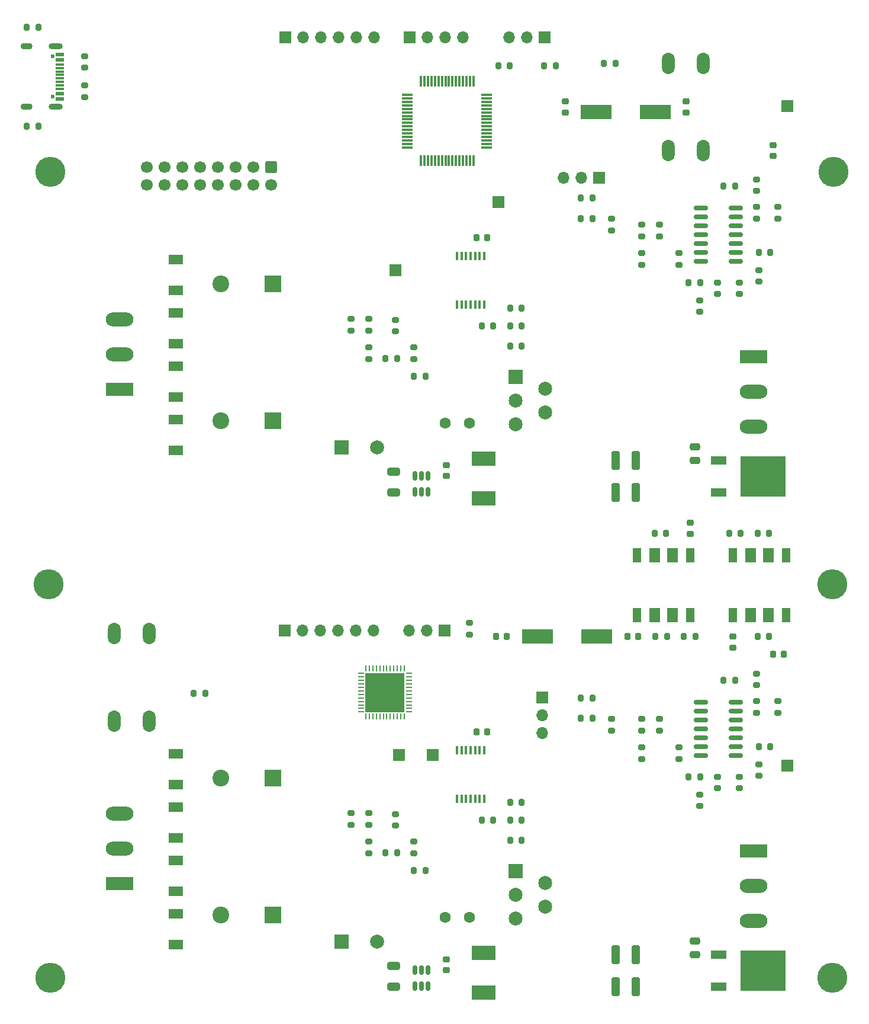
<source format=gbr>
%TF.GenerationSoftware,KiCad,Pcbnew,(6.0.7)*%
%TF.CreationDate,2022-10-24T14:53:43-04:00*%
%TF.ProjectId,LabPowerSupply,4c616250-6f77-4657-9253-7570706c792e,rev?*%
%TF.SameCoordinates,Original*%
%TF.FileFunction,Soldermask,Bot*%
%TF.FilePolarity,Negative*%
%FSLAX46Y46*%
G04 Gerber Fmt 4.6, Leading zero omitted, Abs format (unit mm)*
G04 Created by KiCad (PCBNEW (6.0.7)) date 2022-10-24 14:53:43*
%MOMM*%
%LPD*%
G01*
G04 APERTURE LIST*
G04 Aperture macros list*
%AMRoundRect*
0 Rectangle with rounded corners*
0 $1 Rounding radius*
0 $2 $3 $4 $5 $6 $7 $8 $9 X,Y pos of 4 corners*
0 Add a 4 corners polygon primitive as box body*
4,1,4,$2,$3,$4,$5,$6,$7,$8,$9,$2,$3,0*
0 Add four circle primitives for the rounded corners*
1,1,$1+$1,$2,$3*
1,1,$1+$1,$4,$5*
1,1,$1+$1,$6,$7*
1,1,$1+$1,$8,$9*
0 Add four rect primitives between the rounded corners*
20,1,$1+$1,$2,$3,$4,$5,0*
20,1,$1+$1,$4,$5,$6,$7,0*
20,1,$1+$1,$6,$7,$8,$9,0*
20,1,$1+$1,$8,$9,$2,$3,0*%
G04 Aperture macros list end*
%ADD10C,1.600000*%
%ADD11R,1.700000X1.700000*%
%ADD12O,1.700000X1.700000*%
%ADD13R,3.960000X1.980000*%
%ADD14O,3.960000X1.980000*%
%ADD15R,2.400000X2.400000*%
%ADD16C,2.400000*%
%ADD17R,2.000000X2.000000*%
%ADD18C,2.000000*%
%ADD19O,1.850000X3.048000*%
%ADD20R,1.995000X1.995000*%
%ADD21C,1.995000*%
%ADD22C,4.300000*%
%ADD23RoundRect,0.250000X-0.600000X0.600000X-0.600000X-0.600000X0.600000X-0.600000X0.600000X0.600000X0*%
%ADD24C,1.700000*%
%ADD25RoundRect,0.250000X-0.650000X0.325000X-0.650000X-0.325000X0.650000X-0.325000X0.650000X0.325000X0*%
%ADD26RoundRect,0.225000X-0.250000X0.225000X-0.250000X-0.225000X0.250000X-0.225000X0.250000X0.225000X0*%
%ADD27RoundRect,0.200000X0.275000X-0.200000X0.275000X0.200000X-0.275000X0.200000X-0.275000X-0.200000X0*%
%ADD28RoundRect,0.200000X0.200000X0.275000X-0.200000X0.275000X-0.200000X-0.275000X0.200000X-0.275000X0*%
%ADD29R,2.100000X1.400000*%
%ADD30RoundRect,0.250000X-0.325000X-1.100000X0.325000X-1.100000X0.325000X1.100000X-0.325000X1.100000X0*%
%ADD31RoundRect,0.200000X-0.200000X-0.275000X0.200000X-0.275000X0.200000X0.275000X-0.200000X0.275000X0*%
%ADD32RoundRect,0.200000X-0.275000X0.200000X-0.275000X-0.200000X0.275000X-0.200000X0.275000X0.200000X0*%
%ADD33RoundRect,0.075000X0.700000X0.075000X-0.700000X0.075000X-0.700000X-0.075000X0.700000X-0.075000X0*%
%ADD34RoundRect,0.075000X0.075000X0.700000X-0.075000X0.700000X-0.075000X-0.700000X0.075000X-0.700000X0*%
%ADD35R,0.400000X1.200000*%
%ADD36R,1.170000X2.000000*%
%ADD37R,1.520000X2.000000*%
%ADD38RoundRect,0.225000X0.250000X-0.225000X0.250000X0.225000X-0.250000X0.225000X-0.250000X-0.225000X0*%
%ADD39R,2.200000X1.200000*%
%ADD40R,6.400000X5.800000*%
%ADD41R,3.400000X2.000000*%
%ADD42RoundRect,0.250000X0.475000X-0.250000X0.475000X0.250000X-0.475000X0.250000X-0.475000X-0.250000X0*%
%ADD43RoundRect,0.225000X-0.225000X-0.250000X0.225000X-0.250000X0.225000X0.250000X-0.225000X0.250000X0*%
%ADD44RoundRect,0.225000X0.225000X0.250000X-0.225000X0.250000X-0.225000X-0.250000X0.225000X-0.250000X0*%
%ADD45RoundRect,0.150000X0.825000X0.150000X-0.825000X0.150000X-0.825000X-0.150000X0.825000X-0.150000X0*%
%ADD46R,4.500000X2.000000*%
%ADD47RoundRect,0.062500X0.375000X0.062500X-0.375000X0.062500X-0.375000X-0.062500X0.375000X-0.062500X0*%
%ADD48RoundRect,0.062500X0.062500X0.375000X-0.062500X0.375000X-0.062500X-0.375000X0.062500X-0.375000X0*%
%ADD49R,5.600000X5.600000*%
%ADD50RoundRect,0.150000X0.150000X-0.512500X0.150000X0.512500X-0.150000X0.512500X-0.150000X-0.512500X0*%
%ADD51C,0.600000*%
%ADD52R,1.160000X0.600000*%
%ADD53R,1.160000X0.300000*%
%ADD54O,2.000000X0.900000*%
%ADD55O,1.700000X0.900000*%
G04 APERTURE END LIST*
D10*
%TO.C,C2_SVR1*%
X101219000Y-89789000D03*
X97719000Y-89789000D03*
%TD*%
D11*
%TO.C,J_Boot1*%
X111974000Y-34671000D03*
D12*
X109434000Y-34671000D03*
X106894000Y-34671000D03*
%TD*%
D11*
%TO.C,ADC342_1*%
X119746000Y-54737000D03*
D12*
X117206000Y-54737000D03*
X114666000Y-54737000D03*
%TD*%
D13*
%TO.C,Output1*%
X141839000Y-80264000D03*
D14*
X141839000Y-85264000D03*
X141839000Y-90264000D03*
%TD*%
D11*
%TO.C,D1_2*%
X91186000Y-137160000D03*
%TD*%
D15*
%TO.C,C1_BR2*%
X73152000Y-140462000D03*
D16*
X65652000Y-140462000D03*
%TD*%
D11*
%TO.C,D2_2*%
X146685000Y-138684000D03*
%TD*%
%TO.C,J_Boot2*%
X97648000Y-119405000D03*
D12*
X95108000Y-119405000D03*
X92568000Y-119405000D03*
%TD*%
D15*
%TO.C,C1_BR1*%
X73152000Y-69850000D03*
D16*
X65652000Y-69850000D03*
%TD*%
D11*
%TO.C,ADC342_2*%
X111633000Y-128920000D03*
D12*
X111633000Y-131460000D03*
X111633000Y-134000000D03*
%TD*%
D15*
%TO.C,C2_BR2*%
X73152000Y-160020000D03*
D16*
X65652000Y-160020000D03*
%TD*%
D17*
%TO.C,C5_CP2*%
X82976323Y-163830000D03*
D18*
X87976323Y-163830000D03*
%TD*%
D19*
%TO.C,SW_Reset1*%
X134707000Y-50837000D03*
X134707000Y-38337000D03*
X129707000Y-50837000D03*
X129707000Y-38337000D03*
%TD*%
D15*
%TO.C,C2_BR1*%
X73152000Y-89408000D03*
D16*
X65652000Y-89408000D03*
%TD*%
D11*
%TO.C,D2_1*%
X146685000Y-44450000D03*
%TD*%
D13*
%TO.C,Input1*%
X51191000Y-84963000D03*
D14*
X51191000Y-79963000D03*
X51191000Y-74963000D03*
%TD*%
D20*
%TO.C,Linear2*%
X107844000Y-153726000D03*
D21*
X112035000Y-155426000D03*
X107844000Y-157126000D03*
X112035000Y-158826000D03*
X107844000Y-160526000D03*
%TD*%
D13*
%TO.C,Input2*%
X51191000Y-155575000D03*
D14*
X51191000Y-150575000D03*
X51191000Y-145575000D03*
%TD*%
D22*
%TO.C,REF\u002A\u002A*%
X41021000Y-112776000D03*
%TD*%
%TO.C,REF\u002A\u002A*%
X41275000Y-169037000D03*
%TD*%
D10*
%TO.C,C2_SVR2*%
X101219000Y-160401000D03*
X97719000Y-160401000D03*
%TD*%
D17*
%TO.C,C5_CP1*%
X82976323Y-93218000D03*
D18*
X87976323Y-93218000D03*
%TD*%
D22*
%TO.C,REF\u002A\u002A*%
X153162000Y-112776000D03*
%TD*%
D11*
%TO.C,A1_1*%
X105410000Y-58166000D03*
%TD*%
D20*
%TO.C,Linear1*%
X107844000Y-83114000D03*
D21*
X112035000Y-84814000D03*
X107844000Y-86514000D03*
X112035000Y-88214000D03*
X107844000Y-89914000D03*
%TD*%
D22*
%TO.C,REF\u002A\u002A*%
X41275000Y-53848000D03*
%TD*%
D11*
%TO.C,D1_1*%
X90678000Y-67945000D03*
%TD*%
D13*
%TO.C,Output2*%
X141839000Y-150876000D03*
D14*
X141839000Y-155876000D03*
X141839000Y-160876000D03*
%TD*%
D11*
%TO.C,J_STLink1*%
X74930000Y-34671000D03*
D12*
X77470000Y-34671000D03*
X80010000Y-34671000D03*
X82550000Y-34671000D03*
X85090000Y-34671000D03*
X87630000Y-34671000D03*
%TD*%
D11*
%TO.C,A1_2*%
X96012000Y-137160000D03*
%TD*%
D23*
%TO.C,Front_Panel1*%
X72898000Y-53213000D03*
D24*
X72898000Y-55753000D03*
X70358000Y-53213000D03*
X70358000Y-55753000D03*
X67818000Y-53213000D03*
X67818000Y-55753000D03*
X65278000Y-53213000D03*
X65278000Y-55753000D03*
X62738000Y-53213000D03*
X62738000Y-55753000D03*
X60198000Y-53213000D03*
X60198000Y-55753000D03*
X57658000Y-53213000D03*
X57658000Y-55753000D03*
X55118000Y-53213000D03*
X55118000Y-55753000D03*
%TD*%
D22*
%TO.C,REF\u002A\u002A*%
X153162000Y-169037000D03*
%TD*%
D11*
%TO.C,J_I2C1*%
X92710000Y-34671000D03*
D12*
X95250000Y-34671000D03*
X97790000Y-34671000D03*
X100330000Y-34671000D03*
%TD*%
D22*
%TO.C,REF\u002A\u002A*%
X153289000Y-53848000D03*
%TD*%
D11*
%TO.C,J_STLink2*%
X74803000Y-119380000D03*
D12*
X77343000Y-119380000D03*
X79883000Y-119380000D03*
X82423000Y-119380000D03*
X84963000Y-119380000D03*
X87503000Y-119380000D03*
%TD*%
D19*
%TO.C,SW_Reset2*%
X50459000Y-132351000D03*
X50459000Y-119851000D03*
X55459000Y-119851000D03*
X55459000Y-132351000D03*
%TD*%
D25*
%TO.C,C1_5V1*%
X90424000Y-96696000D03*
X90424000Y-99646000D03*
%TD*%
D26*
%TO.C,C2_5V1*%
X97917000Y-95745000D03*
X97917000Y-97295000D03*
%TD*%
D27*
%TO.C,R31_SVR1*%
X86868000Y-80581000D03*
X86868000Y-78931000D03*
%TD*%
%TO.C,R_USB2*%
X46228000Y-43180000D03*
X46228000Y-41530000D03*
%TD*%
%TO.C,R91_OA2*%
X125857000Y-137731000D03*
X125857000Y-136081000D03*
%TD*%
D28*
%TO.C,R13_LVR1*%
X108697000Y-78767500D03*
X107047000Y-78767500D03*
%TD*%
D29*
%TO.C,D2_BR1*%
X59192000Y-66380000D03*
X59192000Y-70780000D03*
%TD*%
D30*
%TO.C,C3_5V2*%
X122096000Y-170307000D03*
X125046000Y-170307000D03*
%TD*%
D31*
%TO.C,R_Reset1*%
X120460000Y-38354000D03*
X122110000Y-38354000D03*
%TD*%
D28*
%TO.C,R7_SVR2*%
X94932000Y-153705000D03*
X93282000Y-153705000D03*
%TD*%
D25*
%TO.C,C1_5V2*%
X90424000Y-167308000D03*
X90424000Y-170258000D03*
%TD*%
D31*
%TO.C,R2_SVR1*%
X89218000Y-80518000D03*
X90868000Y-80518000D03*
%TD*%
D32*
%TO.C,R12_OA2*%
X142272500Y-129477000D03*
X142272500Y-131127000D03*
%TD*%
D28*
%TO.C,R_Reset2*%
X63436000Y-128397000D03*
X61786000Y-128397000D03*
%TD*%
D31*
%TO.C,R4_LVR2*%
X102983000Y-146458500D03*
X104633000Y-146458500D03*
%TD*%
D33*
%TO.C,MCU_1*%
X103719000Y-42859000D03*
X103719000Y-43359000D03*
X103719000Y-43859000D03*
X103719000Y-44359000D03*
X103719000Y-44859000D03*
X103719000Y-45359000D03*
X103719000Y-45859000D03*
X103719000Y-46359000D03*
X103719000Y-46859000D03*
X103719000Y-47359000D03*
X103719000Y-47859000D03*
X103719000Y-48359000D03*
X103719000Y-48859000D03*
X103719000Y-49359000D03*
X103719000Y-49859000D03*
X103719000Y-50359000D03*
D34*
X101794000Y-52284000D03*
X101294000Y-52284000D03*
X100794000Y-52284000D03*
X100294000Y-52284000D03*
X99794000Y-52284000D03*
X99294000Y-52284000D03*
X98794000Y-52284000D03*
X98294000Y-52284000D03*
X97794000Y-52284000D03*
X97294000Y-52284000D03*
X96794000Y-52284000D03*
X96294000Y-52284000D03*
X95794000Y-52284000D03*
X95294000Y-52284000D03*
X94794000Y-52284000D03*
X94294000Y-52284000D03*
D33*
X92369000Y-50359000D03*
X92369000Y-49859000D03*
X92369000Y-49359000D03*
X92369000Y-48859000D03*
X92369000Y-48359000D03*
X92369000Y-47859000D03*
X92369000Y-47359000D03*
X92369000Y-46859000D03*
X92369000Y-46359000D03*
X92369000Y-45859000D03*
X92369000Y-45359000D03*
X92369000Y-44859000D03*
X92369000Y-44359000D03*
X92369000Y-43859000D03*
X92369000Y-43359000D03*
X92369000Y-42859000D03*
D34*
X94294000Y-40934000D03*
X94794000Y-40934000D03*
X95294000Y-40934000D03*
X95794000Y-40934000D03*
X96294000Y-40934000D03*
X96794000Y-40934000D03*
X97294000Y-40934000D03*
X97794000Y-40934000D03*
X98294000Y-40934000D03*
X98794000Y-40934000D03*
X99294000Y-40934000D03*
X99794000Y-40934000D03*
X100294000Y-40934000D03*
X100794000Y-40934000D03*
X101294000Y-40934000D03*
X101794000Y-40934000D03*
%TD*%
D35*
%TO.C,Inverter2*%
X103345000Y-143431500D03*
X102695000Y-143431500D03*
X102045000Y-143431500D03*
X101395000Y-143431500D03*
X100745000Y-143431500D03*
X100095000Y-143431500D03*
X99445000Y-143431500D03*
X99445000Y-136531500D03*
X100095000Y-136531500D03*
X100745000Y-136531500D03*
X101395000Y-136531500D03*
X102045000Y-136531500D03*
X102695000Y-136531500D03*
X103345000Y-136531500D03*
%TD*%
D36*
%TO.C,Optocoupler1*%
X138938000Y-108603000D03*
D37*
X141478000Y-108603000D03*
X144018000Y-108603000D03*
D36*
X146558000Y-108603000D03*
X146558000Y-117203000D03*
D37*
X144018000Y-117203000D03*
X141478000Y-117203000D03*
D36*
X138938000Y-117203000D03*
%TD*%
D32*
%TO.C,R_USB1*%
X46228000Y-37339000D03*
X46228000Y-38989000D03*
%TD*%
D28*
%TO.C,R2_LVR2*%
X108697000Y-143920500D03*
X107047000Y-143920500D03*
%TD*%
D29*
%TO.C,D1_BR1*%
X59192000Y-74000000D03*
X59192000Y-78400000D03*
%TD*%
D28*
%TO.C,R22_CS2*%
X118808000Y-131953000D03*
X117158000Y-131953000D03*
%TD*%
D31*
%TO.C,R4_LVR1*%
X102983000Y-75846500D03*
X104633000Y-75846500D03*
%TD*%
D38*
%TO.C,C_OPT2*%
X138938000Y-121806000D03*
X138938000Y-120256000D03*
%TD*%
D28*
%TO.C,R22_CS1*%
X118808000Y-60516000D03*
X117158000Y-60516000D03*
%TD*%
D31*
%TO.C,R_OPT2*%
X131890000Y-120269000D03*
X133540000Y-120269000D03*
%TD*%
D27*
%TO.C,R32_SVR1*%
X86868000Y-76517000D03*
X86868000Y-74867000D03*
%TD*%
D32*
%TO.C,R10_OA2*%
X128397000Y-132017000D03*
X128397000Y-133667000D03*
%TD*%
D38*
%TO.C,C5_SVR1*%
X144653000Y-51575000D03*
X144653000Y-50025000D03*
%TD*%
D32*
%TO.C,R7_OA2*%
X131223500Y-136081000D03*
X131223500Y-137731000D03*
%TD*%
D26*
%TO.C,C2_5V2*%
X97917000Y-166357000D03*
X97917000Y-167907000D03*
%TD*%
D28*
%TO.C,R2_Boot1*%
X106997000Y-38735000D03*
X105347000Y-38735000D03*
%TD*%
%TO.C,R13_LVR2*%
X108697000Y-149379500D03*
X107047000Y-149379500D03*
%TD*%
D26*
%TO.C,C_OPT1*%
X132842000Y-104000000D03*
X132842000Y-105550000D03*
%TD*%
D28*
%TO.C,R_CC2*%
X39560000Y-33211000D03*
X37910000Y-33211000D03*
%TD*%
D31*
%TO.C,R1_Boot1*%
X111926000Y-38735000D03*
X113576000Y-38735000D03*
%TD*%
D27*
%TO.C,R11_OA2*%
X136684500Y-141922000D03*
X136684500Y-140272000D03*
%TD*%
D32*
%TO.C,R6_SVR1*%
X84328000Y-74867000D03*
X84328000Y-76517000D03*
%TD*%
D39*
%TO.C,U_3V1*%
X136897000Y-99688000D03*
D40*
X143197000Y-97408000D03*
D39*
X136897000Y-95128000D03*
%TD*%
D27*
%TO.C,R41_SVR2*%
X90678000Y-147256000D03*
X90678000Y-145606000D03*
%TD*%
D41*
%TO.C,L_5V1*%
X103251000Y-94813000D03*
X103251000Y-100513000D03*
%TD*%
D42*
%TO.C,C2_3V2*%
X133477000Y-165669000D03*
X133477000Y-163769000D03*
%TD*%
D27*
%TO.C,R2_OA1*%
X145320500Y-60515000D03*
X145320500Y-58865000D03*
%TD*%
D28*
%TO.C,R7_SVR1*%
X94932000Y-83093000D03*
X93282000Y-83093000D03*
%TD*%
D31*
%TO.C,R6_OA1*%
X142590500Y-65405000D03*
X144240500Y-65405000D03*
%TD*%
%TO.C,R6_OA2*%
X142590500Y-136017000D03*
X144240500Y-136017000D03*
%TD*%
D28*
%TO.C,R3_LVR2*%
X108697000Y-146460500D03*
X107047000Y-146460500D03*
%TD*%
D31*
%TO.C,R3_CS2*%
X117158000Y-129032000D03*
X118808000Y-129032000D03*
%TD*%
D28*
%TO.C,R2_LVR1*%
X108697000Y-73308500D03*
X107047000Y-73308500D03*
%TD*%
D27*
%TO.C,R4_OA2*%
X134144500Y-144462000D03*
X134144500Y-142812000D03*
%TD*%
D31*
%TO.C,R_OPT5*%
X142431000Y-105537000D03*
X144081000Y-105537000D03*
%TD*%
%TO.C,R2_SVR2*%
X89218000Y-151130000D03*
X90868000Y-151130000D03*
%TD*%
D27*
%TO.C,R11_OA1*%
X136684500Y-71310000D03*
X136684500Y-69660000D03*
%TD*%
%TO.C,R41_SVR1*%
X90678000Y-76644000D03*
X90678000Y-74994000D03*
%TD*%
D43*
%TO.C,C1_Y2*%
X105016000Y-120269000D03*
X106566000Y-120269000D03*
%TD*%
D27*
%TO.C,R4_OA1*%
X134144500Y-73850000D03*
X134144500Y-72200000D03*
%TD*%
D28*
%TO.C,R8_OA2*%
X134207500Y-140335000D03*
X132557500Y-140335000D03*
%TD*%
D27*
%TO.C,R52_OA1*%
X142653500Y-69532000D03*
X142653500Y-67882000D03*
%TD*%
%TO.C,R21_CS1*%
X121539000Y-62230000D03*
X121539000Y-60580000D03*
%TD*%
D32*
%TO.C,R7_OA1*%
X131223500Y-65469000D03*
X131223500Y-67119000D03*
%TD*%
D30*
%TO.C,C1_3V1*%
X122096000Y-95123000D03*
X125046000Y-95123000D03*
%TD*%
D32*
%TO.C,R10_OA1*%
X128397000Y-61405000D03*
X128397000Y-63055000D03*
%TD*%
D27*
%TO.C,R1_Boot2*%
X101219000Y-119951000D03*
X101219000Y-118301000D03*
%TD*%
%TO.C,R92_OA2*%
X125857000Y-133667000D03*
X125857000Y-132017000D03*
%TD*%
%TO.C,R42_SVR2*%
X93281500Y-151193000D03*
X93281500Y-149543000D03*
%TD*%
%TO.C,R91_OA1*%
X125857000Y-67119000D03*
X125857000Y-65469000D03*
%TD*%
D43*
%TO.C,C_INV2*%
X102222000Y-133858000D03*
X103772000Y-133858000D03*
%TD*%
D32*
%TO.C,R51_OA1*%
X139859500Y-69660000D03*
X139859500Y-71310000D03*
%TD*%
D29*
%TO.C,D4_BR1*%
X59192000Y-93640000D03*
X59192000Y-89240000D03*
%TD*%
D36*
%TO.C,Optocoupler2*%
X132842000Y-117203000D03*
D37*
X130302000Y-117203000D03*
X127762000Y-117203000D03*
D36*
X125222000Y-117203000D03*
X125222000Y-108603000D03*
D37*
X127762000Y-108603000D03*
X130302000Y-108603000D03*
D36*
X132842000Y-108603000D03*
%TD*%
D29*
%TO.C,D3_BR1*%
X59192000Y-86020000D03*
X59192000Y-81620000D03*
%TD*%
D28*
%TO.C,R_OPT4*%
X144081000Y-120269000D03*
X142431000Y-120269000D03*
%TD*%
D44*
%TO.C,C2_Y2*%
X125362000Y-120269000D03*
X123812000Y-120269000D03*
%TD*%
D29*
%TO.C,D2_BR2*%
X59192000Y-136992000D03*
X59192000Y-141392000D03*
%TD*%
D39*
%TO.C,U_3V2*%
X136897000Y-170300000D03*
D40*
X143197000Y-168020000D03*
D39*
X136897000Y-165740000D03*
%TD*%
D27*
%TO.C,R32_SVR2*%
X86868000Y-147129000D03*
X86868000Y-145479000D03*
%TD*%
D41*
%TO.C,L_5V2*%
X103251000Y-165425000D03*
X103251000Y-171125000D03*
%TD*%
D32*
%TO.C,R12_OA1*%
X142272500Y-58865000D03*
X142272500Y-60515000D03*
%TD*%
D27*
%TO.C,R52_OA2*%
X142653500Y-140144000D03*
X142653500Y-138494000D03*
%TD*%
D45*
%TO.C,OpAmp1*%
X139286500Y-59055000D03*
X139286500Y-60325000D03*
X139286500Y-61595000D03*
X139286500Y-62865000D03*
X139286500Y-64135000D03*
X139286500Y-65405000D03*
X139286500Y-66675000D03*
X134336500Y-66675000D03*
X134336500Y-65405000D03*
X134336500Y-64135000D03*
X134336500Y-62865000D03*
X134336500Y-61595000D03*
X134336500Y-60325000D03*
X134336500Y-59055000D03*
%TD*%
D30*
%TO.C,C3_5V1*%
X122096000Y-99695000D03*
X125046000Y-99695000D03*
%TD*%
D27*
%TO.C,R42_SVR1*%
X93281500Y-80581000D03*
X93281500Y-78931000D03*
%TD*%
D29*
%TO.C,D4_BR2*%
X59192000Y-164252000D03*
X59192000Y-159852000D03*
%TD*%
D31*
%TO.C,R3_CS1*%
X117158000Y-57595000D03*
X118808000Y-57595000D03*
%TD*%
D26*
%TO.C,C2_Y1*%
X132207000Y-43802000D03*
X132207000Y-45352000D03*
%TD*%
D28*
%TO.C,R8_OA1*%
X134207500Y-69723000D03*
X132557500Y-69723000D03*
%TD*%
D43*
%TO.C,C5_SVR2*%
X144640000Y-122809000D03*
X146190000Y-122809000D03*
%TD*%
D30*
%TO.C,C1_3V2*%
X122096000Y-165735000D03*
X125046000Y-165735000D03*
%TD*%
D46*
%TO.C,Y2*%
X119439000Y-120269000D03*
X110939000Y-120269000D03*
%TD*%
D27*
%TO.C,R31_SVR2*%
X86868000Y-151193000D03*
X86868000Y-149543000D03*
%TD*%
D26*
%TO.C,C1_Y1*%
X114935000Y-43802000D03*
X114935000Y-45352000D03*
%TD*%
D27*
%TO.C,R92_OA1*%
X125857000Y-63055000D03*
X125857000Y-61405000D03*
%TD*%
D46*
%TO.C,Y1*%
X127821000Y-45339000D03*
X119321000Y-45339000D03*
%TD*%
D27*
%TO.C,R21_CS2*%
X121539000Y-133667000D03*
X121539000Y-132017000D03*
%TD*%
%TO.C,R2_OA2*%
X145320500Y-131127000D03*
X145320500Y-129477000D03*
%TD*%
D45*
%TO.C,OpAmp2*%
X139286500Y-129667000D03*
X139286500Y-130937000D03*
X139286500Y-132207000D03*
X139286500Y-133477000D03*
X139286500Y-134747000D03*
X139286500Y-136017000D03*
X139286500Y-137287000D03*
X134336500Y-137287000D03*
X134336500Y-136017000D03*
X134336500Y-134747000D03*
X134336500Y-133477000D03*
X134336500Y-132207000D03*
X134336500Y-130937000D03*
X134336500Y-129667000D03*
%TD*%
D31*
%TO.C,R_OPT1*%
X138367000Y-105537000D03*
X140017000Y-105537000D03*
%TD*%
D28*
%TO.C,R_CC1*%
X39560000Y-47308000D03*
X37910000Y-47308000D03*
%TD*%
D32*
%TO.C,R13_OA2*%
X142272500Y-125540000D03*
X142272500Y-127190000D03*
%TD*%
D47*
%TO.C,MCU_2*%
X92591500Y-125520000D03*
X92591500Y-126020000D03*
X92591500Y-126520000D03*
X92591500Y-127020000D03*
X92591500Y-127520000D03*
X92591500Y-128020000D03*
X92591500Y-128520000D03*
X92591500Y-129020000D03*
X92591500Y-129520000D03*
X92591500Y-130020000D03*
X92591500Y-130520000D03*
X92591500Y-131020000D03*
D48*
X91904000Y-131707500D03*
X91404000Y-131707500D03*
X90904000Y-131707500D03*
X90404000Y-131707500D03*
X89904000Y-131707500D03*
X89404000Y-131707500D03*
X88904000Y-131707500D03*
X88404000Y-131707500D03*
X87904000Y-131707500D03*
X87404000Y-131707500D03*
X86904000Y-131707500D03*
X86404000Y-131707500D03*
D47*
X85716500Y-131020000D03*
X85716500Y-130520000D03*
X85716500Y-130020000D03*
X85716500Y-129520000D03*
X85716500Y-129020000D03*
X85716500Y-128520000D03*
X85716500Y-128020000D03*
X85716500Y-127520000D03*
X85716500Y-127020000D03*
X85716500Y-126520000D03*
X85716500Y-126020000D03*
X85716500Y-125520000D03*
D48*
X86404000Y-124832500D03*
X86904000Y-124832500D03*
X87404000Y-124832500D03*
X87904000Y-124832500D03*
X88404000Y-124832500D03*
X88904000Y-124832500D03*
X89404000Y-124832500D03*
X89904000Y-124832500D03*
X90404000Y-124832500D03*
X90904000Y-124832500D03*
X91404000Y-124832500D03*
X91904000Y-124832500D03*
D49*
X89154000Y-128270000D03*
%TD*%
D28*
%TO.C,R3_OA1*%
X139211300Y-55880000D03*
X137561300Y-55880000D03*
%TD*%
D32*
%TO.C,R13_OA1*%
X142272500Y-54928000D03*
X142272500Y-56578000D03*
%TD*%
D31*
%TO.C,R_OPT6*%
X127826000Y-120269000D03*
X129476000Y-120269000D03*
%TD*%
D28*
%TO.C,R3_LVR1*%
X108697000Y-75848500D03*
X107047000Y-75848500D03*
%TD*%
D50*
%TO.C,U_5V2*%
X95311000Y-170174500D03*
X94361000Y-170174500D03*
X93411000Y-170174500D03*
X93411000Y-167899500D03*
X94361000Y-167899500D03*
X95311000Y-167899500D03*
%TD*%
D43*
%TO.C,C_INV1*%
X102222000Y-63246000D03*
X103772000Y-63246000D03*
%TD*%
D42*
%TO.C,C2_3V1*%
X133477000Y-95057000D03*
X133477000Y-93157000D03*
%TD*%
D28*
%TO.C,R3_OA2*%
X139211300Y-126492000D03*
X137561300Y-126492000D03*
%TD*%
D29*
%TO.C,D1_BR2*%
X59192000Y-144612000D03*
X59192000Y-149012000D03*
%TD*%
D31*
%TO.C,R_OPT3*%
X127699000Y-105537000D03*
X129349000Y-105537000D03*
%TD*%
D32*
%TO.C,R6_SVR2*%
X84328000Y-145479000D03*
X84328000Y-147129000D03*
%TD*%
D51*
%TO.C,J_USB1*%
X41582000Y-43149000D03*
X41582000Y-37369000D03*
D52*
X42642000Y-43459000D03*
X42642000Y-42659000D03*
D53*
X42642000Y-41509000D03*
X42642000Y-40509000D03*
X42642000Y-40009000D03*
X42642000Y-39009000D03*
D52*
X42642000Y-37859000D03*
X42642000Y-37059000D03*
X42642000Y-37059000D03*
X42642000Y-37859000D03*
D53*
X42642000Y-38509000D03*
X42642000Y-39509000D03*
X42642000Y-41009000D03*
X42642000Y-42009000D03*
D52*
X42642000Y-42659000D03*
X42642000Y-43459000D03*
D54*
X42062000Y-44579000D03*
X42062000Y-35939000D03*
D55*
X37892000Y-35939000D03*
X37892000Y-44579000D03*
%TD*%
D29*
%TO.C,D3_BR2*%
X59192000Y-156632000D03*
X59192000Y-152232000D03*
%TD*%
D50*
%TO.C,U_5V1*%
X95311000Y-99562500D03*
X94361000Y-99562500D03*
X93411000Y-99562500D03*
X93411000Y-97287500D03*
X94361000Y-97287500D03*
X95311000Y-97287500D03*
%TD*%
D35*
%TO.C,Inverter1*%
X103345000Y-72819500D03*
X102695000Y-72819500D03*
X102045000Y-72819500D03*
X101395000Y-72819500D03*
X100745000Y-72819500D03*
X100095000Y-72819500D03*
X99445000Y-72819500D03*
X99445000Y-65919500D03*
X100095000Y-65919500D03*
X100745000Y-65919500D03*
X101395000Y-65919500D03*
X102045000Y-65919500D03*
X102695000Y-65919500D03*
X103345000Y-65919500D03*
%TD*%
D32*
%TO.C,R51_OA2*%
X139859500Y-140272000D03*
X139859500Y-141922000D03*
%TD*%
M02*

</source>
